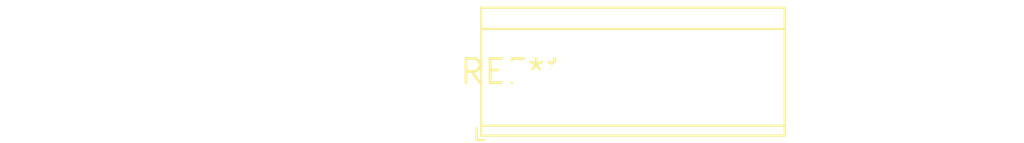
<source format=kicad_pcb>
(kicad_pcb (version 20240108) (generator pcbnew)
  (layers (0 "F.Cu" signal) (31 "B.Cu" signal) (34 "B.Paste" user) (35 "F.Paste" user) (36 "B.SilkS" user "B.Silkscreen") (37 "F.SilkS" user "F.Silkscreen") (38 "B.Mask" user) (39 "F.Mask" user) (44 "Edge.Cuts" user))
  (net 0 "")
  (footprint "TerminalBlock_TE_282834-6_1x06_P2.54mm_Horizontal" (layer "F.Cu") (at 0 0)
    (property "Reference" "REF**")
    (property "Value" "TerminalBlock_TE_282834-6_1x06_P2.54mm_Horizontal")
    (fp_line (start -1.86 2.97) (end -1.86 3.61) (layer "F.SilkS") (stroke (width 0.12)))
    (fp_line (start -1.86 3.61) (end -1.46 3.61) (layer "F.SilkS") (stroke (width 0.12)))
    (fp_line (start -1.62 -3.37) (end -1.62 3.37) (layer "F.SilkS") (stroke (width 0.12)))
    (fp_line (start -1.62 -3.37) (end 14.32 -3.37) (layer "F.SilkS") (stroke (width 0.12)))
    (fp_line (start -1.62 -2.25) (end 14.32 -2.25) (layer "F.SilkS") (stroke (width 0.12)))
    (fp_line (start -1.62 2.85) (end 14.32 2.85) (layer "F.SilkS") (stroke (width 0.12)))
    (fp_line (start -1.62 3.37) (end 14.32 3.37) (layer "F.SilkS") (stroke (width 0.12)))
    (fp_line (start 14.32 -3.37) (end 14.32 3.37) (layer "F.SilkS") (stroke (width 0.12)))
    (pad "1" thru_hole rect (at 0 0) (size 2.1 2.1) (drill 1.1) (layers *.Cu *.Mask) (remove_unused_layers))
    (pad "2" thru_hole circle (at 2.54 0) (size 2.1 2.1) (drill 1.1) (layers *.Cu *.Mask) (remove_unused_layers))
    (pad "3" thru_hole circle (at 5.08 0) (size 2.1 2.1) (drill 1.1) (layers *.Cu *.Mask) (remove_unused_layers))
    (pad "4" thru_hole circle (at 7.62 0) (size 2.1 2.1) (drill 1.1) (layers *.Cu *.Mask) (remove_unused_layers))
    (pad "5" thru_hole circle (at 10.16 0) (size 2.1 2.1) (drill 1.1) (layers *.Cu *.Mask) (remove_unused_layers))
    (pad "6" thru_hole circle (at 12.7 0) (size 2.1 2.1) (drill 1.1) (layers *.Cu *.Mask) (remove_unused_layers))
  )
)
</source>
